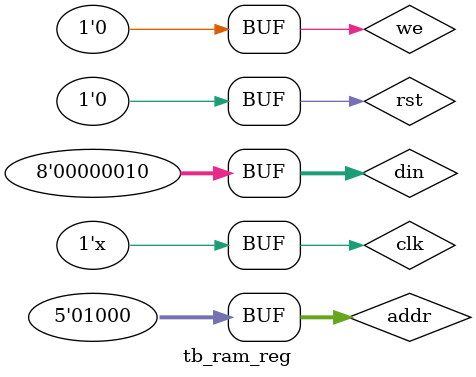
<source format=v>
/* Engineer: Julisa Verdejo Palacios
 * Date: 02/11/2022
 * Design Name:	tb_ram_reg.v
 * Status: Complete
 * Description: Testbech for ram_reg.v module
 * Run time: run 200 ns							 
*/

// Time Unit = 1ns, precision = 100ps = 1/10 ns
`timescale 1 ns / 100 ps  
module tb_ram_reg; 
	
	// Aux signals for testbench
	reg  clk;
	reg  rst;
	reg  we;
	reg  [4:0] addr;
	reg  [7:0] din;
	reg  [7:0] dout;	
	
	// Instantiation DUT (Device Under Test)
	ram_reg DUT (clk, rst, we, addr, din, dout);	
	
	//single_port_ram DUT (din, addr, we, clk, dout);	
	
	//rams_sp_wf DUT (clk, rst, we, addr, din, dout);
	
	// Time period = 20 * timescale = 20 * 1ns = 20ns
	localparam period = 20;
	
	// Initialitation and Reset sequence
	initial begin
		clk = 0;
		rst = 0;
		we = 0;
		addr = 5'd0;
		din  = 8'd1;
		#period;
		
		rst = 1;
		#period;
		
		rst = 0;
		#period;
	end	   
	
	// 50 MHz clock (10 * 1ns * 2) with 50% duty-cycle 	 20 ns period
	always #10 clk = ~clk;  
		
	initial begin	
		#(period*4);
		
		// Write test
		addr = 5'd0;
		din  = 8'd1;
		we = 1;
		#period;
		we = 0;
		#period;   
		
		addr = 5'd4;
		din  = 8'd2;
		we = 1;
		#period;
		we = 0;
		#period;
		
		// Read test
		addr = 5'd0;
		#(period*2); 
		
		addr = 5'd4;
		#(period*2); 
		

		addr = 5'd8;
		#(period*2); 
	end
endmodule
</source>
